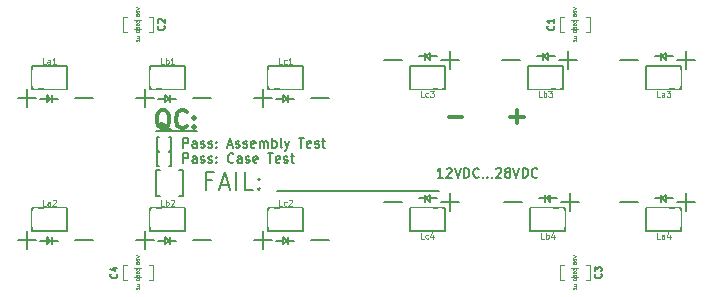
<source format=gto>
%FSLAX46Y46*%
G04 Gerber Fmt 4.6, Leading zero omitted, Abs format (unit mm)*
G04 Created by KiCad (PCBNEW (2014-jul-16 BZR unknown)-product) date Di 22 Jul 2014 17:33:52 CEST*
%MOMM*%
G01*
G04 APERTURE LIST*
%ADD10C,0.100000*%
%ADD11C,0.200000*%
%ADD12C,0.175000*%
%ADD13C,0.300000*%
%ADD14C,0.099060*%
%ADD15C,0.050800*%
%ADD16C,0.150000*%
%ADD17C,0.130000*%
%ADD18C,0.074930*%
%ADD19C,0.080000*%
%ADD20C,5.260000*%
%ADD21R,0.859440X1.057560*%
%ADD22O,0.675000X1.890000*%
%ADD23R,1.975000X1.890000*%
%ADD24R,2.460000X2.460000*%
%ADD25C,2.460000*%
G04 APERTURE END LIST*
D10*
D11*
X206328572Y-114461905D02*
X205871429Y-114461905D01*
X206100000Y-114461905D02*
X206100000Y-113661905D01*
X206023810Y-113776190D01*
X205947619Y-113852381D01*
X205871429Y-113890476D01*
X206633334Y-113738095D02*
X206671429Y-113700000D01*
X206747620Y-113661905D01*
X206938096Y-113661905D01*
X207014286Y-113700000D01*
X207052382Y-113738095D01*
X207090477Y-113814286D01*
X207090477Y-113890476D01*
X207052382Y-114004762D01*
X206595239Y-114461905D01*
X207090477Y-114461905D01*
X207319048Y-113661905D02*
X207585715Y-114461905D01*
X207852382Y-113661905D01*
X208119048Y-114461905D02*
X208119048Y-113661905D01*
X208309524Y-113661905D01*
X208423810Y-113700000D01*
X208500001Y-113776190D01*
X208538096Y-113852381D01*
X208576191Y-114004762D01*
X208576191Y-114119048D01*
X208538096Y-114271429D01*
X208500001Y-114347619D01*
X208423810Y-114423810D01*
X208309524Y-114461905D01*
X208119048Y-114461905D01*
X209376191Y-114385714D02*
X209338096Y-114423810D01*
X209223810Y-114461905D01*
X209147620Y-114461905D01*
X209033334Y-114423810D01*
X208957143Y-114347619D01*
X208919048Y-114271429D01*
X208880953Y-114119048D01*
X208880953Y-114004762D01*
X208919048Y-113852381D01*
X208957143Y-113776190D01*
X209033334Y-113700000D01*
X209147620Y-113661905D01*
X209223810Y-113661905D01*
X209338096Y-113700000D01*
X209376191Y-113738095D01*
X209719048Y-114385714D02*
X209757143Y-114423810D01*
X209719048Y-114461905D01*
X209680953Y-114423810D01*
X209719048Y-114385714D01*
X209719048Y-114461905D01*
X210100000Y-114385714D02*
X210138095Y-114423810D01*
X210100000Y-114461905D01*
X210061905Y-114423810D01*
X210100000Y-114385714D01*
X210100000Y-114461905D01*
X210480952Y-114385714D02*
X210519047Y-114423810D01*
X210480952Y-114461905D01*
X210442857Y-114423810D01*
X210480952Y-114385714D01*
X210480952Y-114461905D01*
X210823809Y-113738095D02*
X210861904Y-113700000D01*
X210938095Y-113661905D01*
X211128571Y-113661905D01*
X211204761Y-113700000D01*
X211242857Y-113738095D01*
X211280952Y-113814286D01*
X211280952Y-113890476D01*
X211242857Y-114004762D01*
X210785714Y-114461905D01*
X211280952Y-114461905D01*
X211738095Y-114004762D02*
X211661904Y-113966667D01*
X211623809Y-113928571D01*
X211585714Y-113852381D01*
X211585714Y-113814286D01*
X211623809Y-113738095D01*
X211661904Y-113700000D01*
X211738095Y-113661905D01*
X211890476Y-113661905D01*
X211966666Y-113700000D01*
X212004762Y-113738095D01*
X212042857Y-113814286D01*
X212042857Y-113852381D01*
X212004762Y-113928571D01*
X211966666Y-113966667D01*
X211890476Y-114004762D01*
X211738095Y-114004762D01*
X211661904Y-114042857D01*
X211623809Y-114080952D01*
X211585714Y-114157143D01*
X211585714Y-114309524D01*
X211623809Y-114385714D01*
X211661904Y-114423810D01*
X211738095Y-114461905D01*
X211890476Y-114461905D01*
X211966666Y-114423810D01*
X212004762Y-114385714D01*
X212042857Y-114309524D01*
X212042857Y-114157143D01*
X212004762Y-114080952D01*
X211966666Y-114042857D01*
X211890476Y-114004762D01*
X212271428Y-113661905D02*
X212538095Y-114461905D01*
X212804762Y-113661905D01*
X213071428Y-114461905D02*
X213071428Y-113661905D01*
X213261904Y-113661905D01*
X213376190Y-113700000D01*
X213452381Y-113776190D01*
X213490476Y-113852381D01*
X213528571Y-114004762D01*
X213528571Y-114119048D01*
X213490476Y-114271429D01*
X213452381Y-114347619D01*
X213376190Y-114423810D01*
X213261904Y-114461905D01*
X213071428Y-114461905D01*
X214328571Y-114385714D02*
X214290476Y-114423810D01*
X214176190Y-114461905D01*
X214100000Y-114461905D01*
X213985714Y-114423810D01*
X213909523Y-114347619D01*
X213871428Y-114271429D01*
X213833333Y-114119048D01*
X213833333Y-114004762D01*
X213871428Y-113852381D01*
X213909523Y-113776190D01*
X213985714Y-113700000D01*
X214100000Y-113661905D01*
X214176190Y-113661905D01*
X214290476Y-113700000D01*
X214328571Y-113738095D01*
X182000000Y-110500000D02*
X185500000Y-110500000D01*
X182407144Y-115978571D02*
X182050001Y-115978571D01*
X182050001Y-113835714D01*
X182407144Y-113835714D01*
X183978573Y-115978571D02*
X184335716Y-115978571D01*
X184335716Y-113835714D01*
X183978573Y-113835714D01*
X186764287Y-114692857D02*
X186264287Y-114692857D01*
X186264287Y-115478571D02*
X186264287Y-113978571D01*
X186978573Y-113978571D01*
X187478572Y-115050000D02*
X188192858Y-115050000D01*
X187335715Y-115478571D02*
X187835715Y-113978571D01*
X188335715Y-115478571D01*
X188835715Y-115478571D02*
X188835715Y-113978571D01*
X190264287Y-115478571D02*
X189550001Y-115478571D01*
X189550001Y-113978571D01*
X190764287Y-115335714D02*
X190835715Y-115407143D01*
X190764287Y-115478571D01*
X190692858Y-115407143D01*
X190764287Y-115335714D01*
X190764287Y-115478571D01*
X190764287Y-114550000D02*
X190835715Y-114621429D01*
X190764287Y-114692857D01*
X190692858Y-114621429D01*
X190764287Y-114550000D01*
X190764287Y-114692857D01*
X192264287Y-115621429D02*
X193407144Y-115621429D01*
X193407144Y-115621429D02*
X194550001Y-115621429D01*
X194550001Y-115621429D02*
X195692858Y-115621429D01*
X195692858Y-115621429D02*
X196835715Y-115621429D01*
X196835715Y-115621429D02*
X197978572Y-115621429D01*
X197978572Y-115621429D02*
X199121429Y-115621429D01*
X199121429Y-115621429D02*
X200264286Y-115621429D01*
X200264286Y-115621429D02*
X201407143Y-115621429D01*
X201407143Y-115621429D02*
X202550000Y-115621429D01*
X202550000Y-115621429D02*
X203692857Y-115621429D01*
X203692857Y-115621429D02*
X204835714Y-115621429D01*
X204835714Y-115621429D02*
X205978571Y-115621429D01*
D12*
X182269048Y-112181071D02*
X182078571Y-112181071D01*
X182078571Y-111038214D01*
X182269048Y-111038214D01*
X183107143Y-112181071D02*
X183297619Y-112181071D01*
X183297619Y-111038214D01*
X183107143Y-111038214D01*
X184326190Y-111914405D02*
X184326190Y-111114405D01*
X184630952Y-111114405D01*
X184707143Y-111152500D01*
X184745238Y-111190595D01*
X184783333Y-111266786D01*
X184783333Y-111381071D01*
X184745238Y-111457262D01*
X184707143Y-111495357D01*
X184630952Y-111533452D01*
X184326190Y-111533452D01*
X185469047Y-111914405D02*
X185469047Y-111495357D01*
X185430952Y-111419167D01*
X185354762Y-111381071D01*
X185202381Y-111381071D01*
X185126190Y-111419167D01*
X185469047Y-111876310D02*
X185392857Y-111914405D01*
X185202381Y-111914405D01*
X185126190Y-111876310D01*
X185088095Y-111800119D01*
X185088095Y-111723929D01*
X185126190Y-111647738D01*
X185202381Y-111609643D01*
X185392857Y-111609643D01*
X185469047Y-111571548D01*
X185811905Y-111876310D02*
X185888095Y-111914405D01*
X186040476Y-111914405D01*
X186116667Y-111876310D01*
X186154762Y-111800119D01*
X186154762Y-111762024D01*
X186116667Y-111685833D01*
X186040476Y-111647738D01*
X185926191Y-111647738D01*
X185850000Y-111609643D01*
X185811905Y-111533452D01*
X185811905Y-111495357D01*
X185850000Y-111419167D01*
X185926191Y-111381071D01*
X186040476Y-111381071D01*
X186116667Y-111419167D01*
X186459524Y-111876310D02*
X186535714Y-111914405D01*
X186688095Y-111914405D01*
X186764286Y-111876310D01*
X186802381Y-111800119D01*
X186802381Y-111762024D01*
X186764286Y-111685833D01*
X186688095Y-111647738D01*
X186573810Y-111647738D01*
X186497619Y-111609643D01*
X186459524Y-111533452D01*
X186459524Y-111495357D01*
X186497619Y-111419167D01*
X186573810Y-111381071D01*
X186688095Y-111381071D01*
X186764286Y-111419167D01*
X187145238Y-111838214D02*
X187183333Y-111876310D01*
X187145238Y-111914405D01*
X187107143Y-111876310D01*
X187145238Y-111838214D01*
X187145238Y-111914405D01*
X187145238Y-111419167D02*
X187183333Y-111457262D01*
X187145238Y-111495357D01*
X187107143Y-111457262D01*
X187145238Y-111419167D01*
X187145238Y-111495357D01*
X188097619Y-111685833D02*
X188478571Y-111685833D01*
X188021428Y-111914405D02*
X188288095Y-111114405D01*
X188554762Y-111914405D01*
X188783333Y-111876310D02*
X188859523Y-111914405D01*
X189011904Y-111914405D01*
X189088095Y-111876310D01*
X189126190Y-111800119D01*
X189126190Y-111762024D01*
X189088095Y-111685833D01*
X189011904Y-111647738D01*
X188897619Y-111647738D01*
X188821428Y-111609643D01*
X188783333Y-111533452D01*
X188783333Y-111495357D01*
X188821428Y-111419167D01*
X188897619Y-111381071D01*
X189011904Y-111381071D01*
X189088095Y-111419167D01*
X189430952Y-111876310D02*
X189507142Y-111914405D01*
X189659523Y-111914405D01*
X189735714Y-111876310D01*
X189773809Y-111800119D01*
X189773809Y-111762024D01*
X189735714Y-111685833D01*
X189659523Y-111647738D01*
X189545238Y-111647738D01*
X189469047Y-111609643D01*
X189430952Y-111533452D01*
X189430952Y-111495357D01*
X189469047Y-111419167D01*
X189545238Y-111381071D01*
X189659523Y-111381071D01*
X189735714Y-111419167D01*
X190421428Y-111876310D02*
X190345238Y-111914405D01*
X190192857Y-111914405D01*
X190116666Y-111876310D01*
X190078571Y-111800119D01*
X190078571Y-111495357D01*
X190116666Y-111419167D01*
X190192857Y-111381071D01*
X190345238Y-111381071D01*
X190421428Y-111419167D01*
X190459523Y-111495357D01*
X190459523Y-111571548D01*
X190078571Y-111647738D01*
X190802380Y-111914405D02*
X190802380Y-111381071D01*
X190802380Y-111457262D02*
X190840475Y-111419167D01*
X190916666Y-111381071D01*
X191030952Y-111381071D01*
X191107142Y-111419167D01*
X191145237Y-111495357D01*
X191145237Y-111914405D01*
X191145237Y-111495357D02*
X191183333Y-111419167D01*
X191259523Y-111381071D01*
X191373809Y-111381071D01*
X191449999Y-111419167D01*
X191488094Y-111495357D01*
X191488094Y-111914405D01*
X191869047Y-111914405D02*
X191869047Y-111114405D01*
X191869047Y-111419167D02*
X191945238Y-111381071D01*
X192097619Y-111381071D01*
X192173809Y-111419167D01*
X192211904Y-111457262D01*
X192250000Y-111533452D01*
X192250000Y-111762024D01*
X192211904Y-111838214D01*
X192173809Y-111876310D01*
X192097619Y-111914405D01*
X191945238Y-111914405D01*
X191869047Y-111876310D01*
X192707143Y-111914405D02*
X192630952Y-111876310D01*
X192592857Y-111800119D01*
X192592857Y-111114405D01*
X192935715Y-111381071D02*
X193126191Y-111914405D01*
X193316667Y-111381071D02*
X193126191Y-111914405D01*
X193050000Y-112104881D01*
X193011905Y-112142976D01*
X192935715Y-112181071D01*
X194116667Y-111114405D02*
X194573810Y-111114405D01*
X194345239Y-111914405D02*
X194345239Y-111114405D01*
X195145239Y-111876310D02*
X195069049Y-111914405D01*
X194916668Y-111914405D01*
X194840477Y-111876310D01*
X194802382Y-111800119D01*
X194802382Y-111495357D01*
X194840477Y-111419167D01*
X194916668Y-111381071D01*
X195069049Y-111381071D01*
X195145239Y-111419167D01*
X195183334Y-111495357D01*
X195183334Y-111571548D01*
X194802382Y-111647738D01*
X195488096Y-111876310D02*
X195564286Y-111914405D01*
X195716667Y-111914405D01*
X195792858Y-111876310D01*
X195830953Y-111800119D01*
X195830953Y-111762024D01*
X195792858Y-111685833D01*
X195716667Y-111647738D01*
X195602382Y-111647738D01*
X195526191Y-111609643D01*
X195488096Y-111533452D01*
X195488096Y-111495357D01*
X195526191Y-111419167D01*
X195602382Y-111381071D01*
X195716667Y-111381071D01*
X195792858Y-111419167D01*
X196059524Y-111381071D02*
X196364286Y-111381071D01*
X196173810Y-111114405D02*
X196173810Y-111800119D01*
X196211905Y-111876310D01*
X196288096Y-111914405D01*
X196364286Y-111914405D01*
X182269048Y-113476071D02*
X182078571Y-113476071D01*
X182078571Y-112333214D01*
X182269048Y-112333214D01*
X183107143Y-113476071D02*
X183297619Y-113476071D01*
X183297619Y-112333214D01*
X183107143Y-112333214D01*
X184326190Y-113209405D02*
X184326190Y-112409405D01*
X184630952Y-112409405D01*
X184707143Y-112447500D01*
X184745238Y-112485595D01*
X184783333Y-112561786D01*
X184783333Y-112676071D01*
X184745238Y-112752262D01*
X184707143Y-112790357D01*
X184630952Y-112828452D01*
X184326190Y-112828452D01*
X185469047Y-113209405D02*
X185469047Y-112790357D01*
X185430952Y-112714167D01*
X185354762Y-112676071D01*
X185202381Y-112676071D01*
X185126190Y-112714167D01*
X185469047Y-113171310D02*
X185392857Y-113209405D01*
X185202381Y-113209405D01*
X185126190Y-113171310D01*
X185088095Y-113095119D01*
X185088095Y-113018929D01*
X185126190Y-112942738D01*
X185202381Y-112904643D01*
X185392857Y-112904643D01*
X185469047Y-112866548D01*
X185811905Y-113171310D02*
X185888095Y-113209405D01*
X186040476Y-113209405D01*
X186116667Y-113171310D01*
X186154762Y-113095119D01*
X186154762Y-113057024D01*
X186116667Y-112980833D01*
X186040476Y-112942738D01*
X185926191Y-112942738D01*
X185850000Y-112904643D01*
X185811905Y-112828452D01*
X185811905Y-112790357D01*
X185850000Y-112714167D01*
X185926191Y-112676071D01*
X186040476Y-112676071D01*
X186116667Y-112714167D01*
X186459524Y-113171310D02*
X186535714Y-113209405D01*
X186688095Y-113209405D01*
X186764286Y-113171310D01*
X186802381Y-113095119D01*
X186802381Y-113057024D01*
X186764286Y-112980833D01*
X186688095Y-112942738D01*
X186573810Y-112942738D01*
X186497619Y-112904643D01*
X186459524Y-112828452D01*
X186459524Y-112790357D01*
X186497619Y-112714167D01*
X186573810Y-112676071D01*
X186688095Y-112676071D01*
X186764286Y-112714167D01*
X187145238Y-113133214D02*
X187183333Y-113171310D01*
X187145238Y-113209405D01*
X187107143Y-113171310D01*
X187145238Y-113133214D01*
X187145238Y-113209405D01*
X187145238Y-112714167D02*
X187183333Y-112752262D01*
X187145238Y-112790357D01*
X187107143Y-112752262D01*
X187145238Y-112714167D01*
X187145238Y-112790357D01*
X188592857Y-113133214D02*
X188554762Y-113171310D01*
X188440476Y-113209405D01*
X188364286Y-113209405D01*
X188250000Y-113171310D01*
X188173809Y-113095119D01*
X188135714Y-113018929D01*
X188097619Y-112866548D01*
X188097619Y-112752262D01*
X188135714Y-112599881D01*
X188173809Y-112523690D01*
X188250000Y-112447500D01*
X188364286Y-112409405D01*
X188440476Y-112409405D01*
X188554762Y-112447500D01*
X188592857Y-112485595D01*
X189278571Y-113209405D02*
X189278571Y-112790357D01*
X189240476Y-112714167D01*
X189164286Y-112676071D01*
X189011905Y-112676071D01*
X188935714Y-112714167D01*
X189278571Y-113171310D02*
X189202381Y-113209405D01*
X189011905Y-113209405D01*
X188935714Y-113171310D01*
X188897619Y-113095119D01*
X188897619Y-113018929D01*
X188935714Y-112942738D01*
X189011905Y-112904643D01*
X189202381Y-112904643D01*
X189278571Y-112866548D01*
X189621429Y-113171310D02*
X189697619Y-113209405D01*
X189850000Y-113209405D01*
X189926191Y-113171310D01*
X189964286Y-113095119D01*
X189964286Y-113057024D01*
X189926191Y-112980833D01*
X189850000Y-112942738D01*
X189735715Y-112942738D01*
X189659524Y-112904643D01*
X189621429Y-112828452D01*
X189621429Y-112790357D01*
X189659524Y-112714167D01*
X189735715Y-112676071D01*
X189850000Y-112676071D01*
X189926191Y-112714167D01*
X190611905Y-113171310D02*
X190535715Y-113209405D01*
X190383334Y-113209405D01*
X190307143Y-113171310D01*
X190269048Y-113095119D01*
X190269048Y-112790357D01*
X190307143Y-112714167D01*
X190383334Y-112676071D01*
X190535715Y-112676071D01*
X190611905Y-112714167D01*
X190650000Y-112790357D01*
X190650000Y-112866548D01*
X190269048Y-112942738D01*
X191488095Y-112409405D02*
X191945238Y-112409405D01*
X191716667Y-113209405D02*
X191716667Y-112409405D01*
X192516667Y-113171310D02*
X192440477Y-113209405D01*
X192288096Y-113209405D01*
X192211905Y-113171310D01*
X192173810Y-113095119D01*
X192173810Y-112790357D01*
X192211905Y-112714167D01*
X192288096Y-112676071D01*
X192440477Y-112676071D01*
X192516667Y-112714167D01*
X192554762Y-112790357D01*
X192554762Y-112866548D01*
X192173810Y-112942738D01*
X192859524Y-113171310D02*
X192935714Y-113209405D01*
X193088095Y-113209405D01*
X193164286Y-113171310D01*
X193202381Y-113095119D01*
X193202381Y-113057024D01*
X193164286Y-112980833D01*
X193088095Y-112942738D01*
X192973810Y-112942738D01*
X192897619Y-112904643D01*
X192859524Y-112828452D01*
X192859524Y-112790357D01*
X192897619Y-112714167D01*
X192973810Y-112676071D01*
X193088095Y-112676071D01*
X193164286Y-112714167D01*
X193430952Y-112676071D02*
X193735714Y-112676071D01*
X193545238Y-112409405D02*
X193545238Y-113095119D01*
X193583333Y-113171310D01*
X193659524Y-113209405D01*
X193735714Y-113209405D01*
D13*
X183207143Y-110421429D02*
X183064286Y-110350000D01*
X182921429Y-110207143D01*
X182707143Y-109992857D01*
X182564286Y-109921429D01*
X182421429Y-109921429D01*
X182492857Y-110278571D02*
X182350000Y-110207143D01*
X182207143Y-110064286D01*
X182135714Y-109778571D01*
X182135714Y-109278571D01*
X182207143Y-108992857D01*
X182350000Y-108850000D01*
X182492857Y-108778571D01*
X182778571Y-108778571D01*
X182921429Y-108850000D01*
X183064286Y-108992857D01*
X183135714Y-109278571D01*
X183135714Y-109778571D01*
X183064286Y-110064286D01*
X182921429Y-110207143D01*
X182778571Y-110278571D01*
X182492857Y-110278571D01*
X184635715Y-110135714D02*
X184564286Y-110207143D01*
X184350000Y-110278571D01*
X184207143Y-110278571D01*
X183992858Y-110207143D01*
X183850000Y-110064286D01*
X183778572Y-109921429D01*
X183707143Y-109635714D01*
X183707143Y-109421429D01*
X183778572Y-109135714D01*
X183850000Y-108992857D01*
X183992858Y-108850000D01*
X184207143Y-108778571D01*
X184350000Y-108778571D01*
X184564286Y-108850000D01*
X184635715Y-108921429D01*
X185278572Y-110135714D02*
X185350000Y-110207143D01*
X185278572Y-110278571D01*
X185207143Y-110207143D01*
X185278572Y-110135714D01*
X185278572Y-110278571D01*
X185278572Y-109350000D02*
X185350000Y-109421429D01*
X185278572Y-109492857D01*
X185207143Y-109421429D01*
X185278572Y-109350000D01*
X185278572Y-109492857D01*
X206828572Y-109307143D02*
X207971429Y-109307143D01*
X212028572Y-109307143D02*
X213171429Y-109307143D01*
X212600000Y-109878571D02*
X212600000Y-108735714D01*
D14*
X216199520Y-102099440D02*
X216600840Y-102099440D01*
X216199520Y-100900560D02*
X216600840Y-100900560D01*
X218800480Y-102099440D02*
X218399160Y-102099440D01*
D15*
X217101220Y-101899720D02*
X217898780Y-101899720D01*
X217101220Y-101100280D02*
X217898780Y-101100280D01*
D14*
X218800480Y-100900560D02*
X218800480Y-102099440D01*
X218800480Y-100900560D02*
X218399160Y-100900560D01*
X216199520Y-100900560D02*
X216199520Y-102099440D01*
X181800480Y-100900560D02*
X181399160Y-100900560D01*
X181800480Y-102099440D02*
X181399160Y-102099440D01*
X179199520Y-100900560D02*
X179600840Y-100900560D01*
D15*
X180898780Y-101100280D02*
X180101220Y-101100280D01*
X180898780Y-101899720D02*
X180101220Y-101899720D01*
D14*
X179199520Y-102099440D02*
X179199520Y-100900560D01*
X179199520Y-102099440D02*
X179600840Y-102099440D01*
X181800480Y-102099440D02*
X181800480Y-100900560D01*
X218800480Y-121900560D02*
X218399160Y-121900560D01*
X218800480Y-123099440D02*
X218399160Y-123099440D01*
X216199520Y-121900560D02*
X216600840Y-121900560D01*
D15*
X217898780Y-122100280D02*
X217101220Y-122100280D01*
X217898780Y-122899720D02*
X217101220Y-122899720D01*
D14*
X216199520Y-123099440D02*
X216199520Y-121900560D01*
X216199520Y-123099440D02*
X216600840Y-123099440D01*
X218800480Y-123099440D02*
X218800480Y-121900560D01*
X179199520Y-123099440D02*
X179600840Y-123099440D01*
X179199520Y-121900560D02*
X179600840Y-121900560D01*
X181800480Y-123099440D02*
X181399160Y-123099440D01*
D15*
X180101220Y-122899720D02*
X180898780Y-122899720D01*
X180101220Y-122100280D02*
X180898780Y-122100280D01*
D14*
X181800480Y-121900560D02*
X181800480Y-123099440D01*
X181800480Y-121900560D02*
X181399160Y-121900560D01*
X179199520Y-121900560D02*
X179199520Y-123099440D01*
D16*
X173200000Y-107800000D02*
X173600000Y-107800000D01*
X173600000Y-107800000D02*
X173700000Y-107800000D01*
X173200000Y-107500000D02*
X173200000Y-108100000D01*
X172200000Y-107800000D02*
X172800000Y-107800000D01*
X172800000Y-107800000D02*
X172800000Y-107500000D01*
X172800000Y-107500000D02*
X173100000Y-107800000D01*
X173100000Y-107800000D02*
X172800000Y-108100000D01*
X172800000Y-108100000D02*
X172800000Y-107800000D01*
X173000000Y-105000000D02*
X171500000Y-105000000D01*
X171500000Y-105000000D02*
X171500000Y-107000000D01*
X171500000Y-107000000D02*
X174500000Y-107000000D01*
X174500000Y-107000000D02*
X174500000Y-105000000D01*
X174500000Y-105000000D02*
X173000000Y-105000000D01*
X173200000Y-119800000D02*
X173600000Y-119800000D01*
X173600000Y-119800000D02*
X173700000Y-119800000D01*
X173200000Y-119500000D02*
X173200000Y-120100000D01*
X172200000Y-119800000D02*
X172800000Y-119800000D01*
X172800000Y-119800000D02*
X172800000Y-119500000D01*
X172800000Y-119500000D02*
X173100000Y-119800000D01*
X173100000Y-119800000D02*
X172800000Y-120100000D01*
X172800000Y-120100000D02*
X172800000Y-119800000D01*
X173000000Y-117000000D02*
X171500000Y-117000000D01*
X171500000Y-117000000D02*
X171500000Y-119000000D01*
X171500000Y-119000000D02*
X174500000Y-119000000D01*
X174500000Y-119000000D02*
X174500000Y-117000000D01*
X174500000Y-117000000D02*
X173000000Y-117000000D01*
X224800000Y-104200000D02*
X224400000Y-104200000D01*
X224400000Y-104200000D02*
X224300000Y-104200000D01*
X224800000Y-104500000D02*
X224800000Y-103900000D01*
X225800000Y-104200000D02*
X225200000Y-104200000D01*
X225200000Y-104200000D02*
X225200000Y-104500000D01*
X225200000Y-104500000D02*
X224900000Y-104200000D01*
X224900000Y-104200000D02*
X225200000Y-103900000D01*
X225200000Y-103900000D02*
X225200000Y-104200000D01*
X225000000Y-107000000D02*
X226500000Y-107000000D01*
X226500000Y-107000000D02*
X226500000Y-105000000D01*
X226500000Y-105000000D02*
X223500000Y-105000000D01*
X223500000Y-105000000D02*
X223500000Y-107000000D01*
X223500000Y-107000000D02*
X225000000Y-107000000D01*
X224800000Y-116200000D02*
X224400000Y-116200000D01*
X224400000Y-116200000D02*
X224300000Y-116200000D01*
X224800000Y-116500000D02*
X224800000Y-115900000D01*
X225800000Y-116200000D02*
X225200000Y-116200000D01*
X225200000Y-116200000D02*
X225200000Y-116500000D01*
X225200000Y-116500000D02*
X224900000Y-116200000D01*
X224900000Y-116200000D02*
X225200000Y-115900000D01*
X225200000Y-115900000D02*
X225200000Y-116200000D01*
X225000000Y-119000000D02*
X226500000Y-119000000D01*
X226500000Y-119000000D02*
X226500000Y-117000000D01*
X226500000Y-117000000D02*
X223500000Y-117000000D01*
X223500000Y-117000000D02*
X223500000Y-119000000D01*
X223500000Y-119000000D02*
X225000000Y-119000000D01*
X183200000Y-107800000D02*
X183600000Y-107800000D01*
X183600000Y-107800000D02*
X183700000Y-107800000D01*
X183200000Y-107500000D02*
X183200000Y-108100000D01*
X182200000Y-107800000D02*
X182800000Y-107800000D01*
X182800000Y-107800000D02*
X182800000Y-107500000D01*
X182800000Y-107500000D02*
X183100000Y-107800000D01*
X183100000Y-107800000D02*
X182800000Y-108100000D01*
X182800000Y-108100000D02*
X182800000Y-107800000D01*
X183000000Y-105000000D02*
X181500000Y-105000000D01*
X181500000Y-105000000D02*
X181500000Y-107000000D01*
X181500000Y-107000000D02*
X184500000Y-107000000D01*
X184500000Y-107000000D02*
X184500000Y-105000000D01*
X184500000Y-105000000D02*
X183000000Y-105000000D01*
X183200000Y-119800000D02*
X183600000Y-119800000D01*
X183600000Y-119800000D02*
X183700000Y-119800000D01*
X183200000Y-119500000D02*
X183200000Y-120100000D01*
X182200000Y-119800000D02*
X182800000Y-119800000D01*
X182800000Y-119800000D02*
X182800000Y-119500000D01*
X182800000Y-119500000D02*
X183100000Y-119800000D01*
X183100000Y-119800000D02*
X182800000Y-120100000D01*
X182800000Y-120100000D02*
X182800000Y-119800000D01*
X183000000Y-117000000D02*
X181500000Y-117000000D01*
X181500000Y-117000000D02*
X181500000Y-119000000D01*
X181500000Y-119000000D02*
X184500000Y-119000000D01*
X184500000Y-119000000D02*
X184500000Y-117000000D01*
X184500000Y-117000000D02*
X183000000Y-117000000D01*
X214800000Y-104200000D02*
X214400000Y-104200000D01*
X214400000Y-104200000D02*
X214300000Y-104200000D01*
X214800000Y-104500000D02*
X214800000Y-103900000D01*
X215800000Y-104200000D02*
X215200000Y-104200000D01*
X215200000Y-104200000D02*
X215200000Y-104500000D01*
X215200000Y-104500000D02*
X214900000Y-104200000D01*
X214900000Y-104200000D02*
X215200000Y-103900000D01*
X215200000Y-103900000D02*
X215200000Y-104200000D01*
X215000000Y-107000000D02*
X216500000Y-107000000D01*
X216500000Y-107000000D02*
X216500000Y-105000000D01*
X216500000Y-105000000D02*
X213500000Y-105000000D01*
X213500000Y-105000000D02*
X213500000Y-107000000D01*
X213500000Y-107000000D02*
X215000000Y-107000000D01*
X215000000Y-116200000D02*
X214600000Y-116200000D01*
X214600000Y-116200000D02*
X214500000Y-116200000D01*
X215000000Y-116500000D02*
X215000000Y-115900000D01*
X216000000Y-116200000D02*
X215400000Y-116200000D01*
X215400000Y-116200000D02*
X215400000Y-116500000D01*
X215400000Y-116500000D02*
X215100000Y-116200000D01*
X215100000Y-116200000D02*
X215400000Y-115900000D01*
X215400000Y-115900000D02*
X215400000Y-116200000D01*
X215200000Y-119000000D02*
X216700000Y-119000000D01*
X216700000Y-119000000D02*
X216700000Y-117000000D01*
X216700000Y-117000000D02*
X213700000Y-117000000D01*
X213700000Y-117000000D02*
X213700000Y-119000000D01*
X213700000Y-119000000D02*
X215200000Y-119000000D01*
X193200000Y-107800000D02*
X193600000Y-107800000D01*
X193600000Y-107800000D02*
X193700000Y-107800000D01*
X193200000Y-107500000D02*
X193200000Y-108100000D01*
X192200000Y-107800000D02*
X192800000Y-107800000D01*
X192800000Y-107800000D02*
X192800000Y-107500000D01*
X192800000Y-107500000D02*
X193100000Y-107800000D01*
X193100000Y-107800000D02*
X192800000Y-108100000D01*
X192800000Y-108100000D02*
X192800000Y-107800000D01*
X193000000Y-105000000D02*
X191500000Y-105000000D01*
X191500000Y-105000000D02*
X191500000Y-107000000D01*
X191500000Y-107000000D02*
X194500000Y-107000000D01*
X194500000Y-107000000D02*
X194500000Y-105000000D01*
X194500000Y-105000000D02*
X193000000Y-105000000D01*
X193200000Y-119800000D02*
X193600000Y-119800000D01*
X193600000Y-119800000D02*
X193700000Y-119800000D01*
X193200000Y-119500000D02*
X193200000Y-120100000D01*
X192200000Y-119800000D02*
X192800000Y-119800000D01*
X192800000Y-119800000D02*
X192800000Y-119500000D01*
X192800000Y-119500000D02*
X193100000Y-119800000D01*
X193100000Y-119800000D02*
X192800000Y-120100000D01*
X192800000Y-120100000D02*
X192800000Y-119800000D01*
X193000000Y-117000000D02*
X191500000Y-117000000D01*
X191500000Y-117000000D02*
X191500000Y-119000000D01*
X191500000Y-119000000D02*
X194500000Y-119000000D01*
X194500000Y-119000000D02*
X194500000Y-117000000D01*
X194500000Y-117000000D02*
X193000000Y-117000000D01*
X204800000Y-104200000D02*
X204400000Y-104200000D01*
X204400000Y-104200000D02*
X204300000Y-104200000D01*
X204800000Y-104500000D02*
X204800000Y-103900000D01*
X205800000Y-104200000D02*
X205200000Y-104200000D01*
X205200000Y-104200000D02*
X205200000Y-104500000D01*
X205200000Y-104500000D02*
X204900000Y-104200000D01*
X204900000Y-104200000D02*
X205200000Y-103900000D01*
X205200000Y-103900000D02*
X205200000Y-104200000D01*
X205000000Y-107000000D02*
X206500000Y-107000000D01*
X206500000Y-107000000D02*
X206500000Y-105000000D01*
X206500000Y-105000000D02*
X203500000Y-105000000D01*
X203500000Y-105000000D02*
X203500000Y-107000000D01*
X203500000Y-107000000D02*
X205000000Y-107000000D01*
X204800000Y-116200000D02*
X204400000Y-116200000D01*
X204400000Y-116200000D02*
X204300000Y-116200000D01*
X204800000Y-116500000D02*
X204800000Y-115900000D01*
X205800000Y-116200000D02*
X205200000Y-116200000D01*
X205200000Y-116200000D02*
X205200000Y-116500000D01*
X205200000Y-116500000D02*
X204900000Y-116200000D01*
X204900000Y-116200000D02*
X205200000Y-115900000D01*
X205200000Y-115900000D02*
X205200000Y-116200000D01*
X205000000Y-119000000D02*
X206500000Y-119000000D01*
X206500000Y-119000000D02*
X206500000Y-117000000D01*
X206500000Y-117000000D02*
X203500000Y-117000000D01*
X203500000Y-117000000D02*
X203500000Y-119000000D01*
X203500000Y-119000000D02*
X205000000Y-119000000D01*
D17*
X215714086Y-101599906D02*
X215742630Y-101628451D01*
X215771175Y-101714085D01*
X215771175Y-101771175D01*
X215742630Y-101856809D01*
X215685541Y-101913898D01*
X215628451Y-101942443D01*
X215514272Y-101970988D01*
X215428638Y-101970988D01*
X215314459Y-101942443D01*
X215257370Y-101913898D01*
X215200280Y-101856809D01*
X215171735Y-101771175D01*
X215171735Y-101714085D01*
X215200280Y-101628451D01*
X215228825Y-101599906D01*
X215771175Y-101029011D02*
X215771175Y-101371548D01*
X215771175Y-101200279D02*
X215171735Y-101200279D01*
X215257370Y-101257369D01*
X215314459Y-101314458D01*
X215343004Y-101371548D01*
D18*
X217635588Y-102763107D02*
X217635588Y-102934375D01*
X217635588Y-102848741D02*
X217335868Y-102848741D01*
X217378685Y-102877286D01*
X217407230Y-102905831D01*
X217421502Y-102934375D01*
X217435774Y-102506204D02*
X217635588Y-102506204D01*
X217435774Y-102634655D02*
X217592770Y-102634655D01*
X217621315Y-102620383D01*
X217635588Y-102591838D01*
X217635588Y-102549021D01*
X217621315Y-102520476D01*
X217607043Y-102506204D01*
X217335868Y-102078033D02*
X217335868Y-102049488D01*
X217350140Y-102020943D01*
X217364412Y-102006671D01*
X217392957Y-101992398D01*
X217450047Y-101978126D01*
X217521409Y-101978126D01*
X217578498Y-101992398D01*
X217607043Y-102006671D01*
X217621315Y-102020943D01*
X217635588Y-102049488D01*
X217635588Y-102078033D01*
X217621315Y-102106577D01*
X217607043Y-102120850D01*
X217578498Y-102135122D01*
X217521409Y-102149394D01*
X217450047Y-102149394D01*
X217392957Y-102135122D01*
X217364412Y-102120850D01*
X217350140Y-102106577D01*
X217335868Y-102078033D01*
X217335868Y-101721223D02*
X217335868Y-101778312D01*
X217350140Y-101806857D01*
X217364412Y-101821129D01*
X217407230Y-101849674D01*
X217464319Y-101863946D01*
X217578498Y-101863946D01*
X217607043Y-101849674D01*
X217621315Y-101835402D01*
X217635588Y-101806857D01*
X217635588Y-101749767D01*
X217621315Y-101721223D01*
X217607043Y-101706950D01*
X217578498Y-101692678D01*
X217507136Y-101692678D01*
X217478591Y-101706950D01*
X217464319Y-101721223D01*
X217450047Y-101749767D01*
X217450047Y-101806857D01*
X217464319Y-101835402D01*
X217478591Y-101849674D01*
X217507136Y-101863946D01*
X217335868Y-101507137D02*
X217335868Y-101478592D01*
X217350140Y-101450047D01*
X217364412Y-101435775D01*
X217392957Y-101421502D01*
X217450047Y-101407230D01*
X217521409Y-101407230D01*
X217578498Y-101421502D01*
X217607043Y-101435775D01*
X217621315Y-101450047D01*
X217635588Y-101478592D01*
X217635588Y-101507137D01*
X217621315Y-101535681D01*
X217607043Y-101549954D01*
X217578498Y-101564226D01*
X217521409Y-101578498D01*
X217450047Y-101578498D01*
X217392957Y-101564226D01*
X217364412Y-101549954D01*
X217350140Y-101535681D01*
X217335868Y-101507137D01*
X217335868Y-101307323D02*
X217335868Y-101121782D01*
X217450047Y-101221689D01*
X217450047Y-101178871D01*
X217464319Y-101150327D01*
X217478591Y-101136054D01*
X217507136Y-101121782D01*
X217578498Y-101121782D01*
X217607043Y-101136054D01*
X217621315Y-101150327D01*
X217635588Y-101178871D01*
X217635588Y-101264506D01*
X217621315Y-101293050D01*
X217607043Y-101307323D01*
X217335868Y-100622248D02*
X217335868Y-100764972D01*
X217478591Y-100779244D01*
X217464319Y-100764972D01*
X217450047Y-100736427D01*
X217450047Y-100665065D01*
X217464319Y-100636521D01*
X217478591Y-100622248D01*
X217507136Y-100607976D01*
X217578498Y-100607976D01*
X217607043Y-100622248D01*
X217621315Y-100636521D01*
X217635588Y-100665065D01*
X217635588Y-100736427D01*
X217621315Y-100764972D01*
X217607043Y-100779244D01*
X217335868Y-100422435D02*
X217335868Y-100393890D01*
X217350140Y-100365345D01*
X217364412Y-100351073D01*
X217392957Y-100336800D01*
X217450047Y-100322528D01*
X217521409Y-100322528D01*
X217578498Y-100336800D01*
X217607043Y-100351073D01*
X217621315Y-100365345D01*
X217635588Y-100393890D01*
X217635588Y-100422435D01*
X217621315Y-100450979D01*
X217607043Y-100465252D01*
X217578498Y-100479524D01*
X217521409Y-100493796D01*
X217450047Y-100493796D01*
X217392957Y-100479524D01*
X217364412Y-100465252D01*
X217350140Y-100450979D01*
X217335868Y-100422435D01*
X217335868Y-100236893D02*
X217635588Y-100136987D01*
X217335868Y-100037080D01*
D17*
X182714086Y-101599906D02*
X182742630Y-101628451D01*
X182771175Y-101714085D01*
X182771175Y-101771175D01*
X182742630Y-101856809D01*
X182685541Y-101913898D01*
X182628451Y-101942443D01*
X182514272Y-101970988D01*
X182428638Y-101970988D01*
X182314459Y-101942443D01*
X182257370Y-101913898D01*
X182200280Y-101856809D01*
X182171735Y-101771175D01*
X182171735Y-101714085D01*
X182200280Y-101628451D01*
X182228825Y-101599906D01*
X182228825Y-101371548D02*
X182200280Y-101343003D01*
X182171735Y-101285914D01*
X182171735Y-101143190D01*
X182200280Y-101086100D01*
X182228825Y-101057556D01*
X182285914Y-101029011D01*
X182343004Y-101029011D01*
X182428638Y-101057556D01*
X182771175Y-101400093D01*
X182771175Y-101029011D01*
D18*
X180635588Y-102763107D02*
X180635588Y-102934375D01*
X180635588Y-102848741D02*
X180335868Y-102848741D01*
X180378685Y-102877286D01*
X180407230Y-102905831D01*
X180421502Y-102934375D01*
X180435774Y-102506204D02*
X180635588Y-102506204D01*
X180435774Y-102634655D02*
X180592770Y-102634655D01*
X180621315Y-102620383D01*
X180635588Y-102591838D01*
X180635588Y-102549021D01*
X180621315Y-102520476D01*
X180607043Y-102506204D01*
X180335868Y-102078033D02*
X180335868Y-102049488D01*
X180350140Y-102020943D01*
X180364412Y-102006671D01*
X180392957Y-101992398D01*
X180450047Y-101978126D01*
X180521409Y-101978126D01*
X180578498Y-101992398D01*
X180607043Y-102006671D01*
X180621315Y-102020943D01*
X180635588Y-102049488D01*
X180635588Y-102078033D01*
X180621315Y-102106577D01*
X180607043Y-102120850D01*
X180578498Y-102135122D01*
X180521409Y-102149394D01*
X180450047Y-102149394D01*
X180392957Y-102135122D01*
X180364412Y-102120850D01*
X180350140Y-102106577D01*
X180335868Y-102078033D01*
X180335868Y-101721223D02*
X180335868Y-101778312D01*
X180350140Y-101806857D01*
X180364412Y-101821129D01*
X180407230Y-101849674D01*
X180464319Y-101863946D01*
X180578498Y-101863946D01*
X180607043Y-101849674D01*
X180621315Y-101835402D01*
X180635588Y-101806857D01*
X180635588Y-101749767D01*
X180621315Y-101721223D01*
X180607043Y-101706950D01*
X180578498Y-101692678D01*
X180507136Y-101692678D01*
X180478591Y-101706950D01*
X180464319Y-101721223D01*
X180450047Y-101749767D01*
X180450047Y-101806857D01*
X180464319Y-101835402D01*
X180478591Y-101849674D01*
X180507136Y-101863946D01*
X180335868Y-101507137D02*
X180335868Y-101478592D01*
X180350140Y-101450047D01*
X180364412Y-101435775D01*
X180392957Y-101421502D01*
X180450047Y-101407230D01*
X180521409Y-101407230D01*
X180578498Y-101421502D01*
X180607043Y-101435775D01*
X180621315Y-101450047D01*
X180635588Y-101478592D01*
X180635588Y-101507137D01*
X180621315Y-101535681D01*
X180607043Y-101549954D01*
X180578498Y-101564226D01*
X180521409Y-101578498D01*
X180450047Y-101578498D01*
X180392957Y-101564226D01*
X180364412Y-101549954D01*
X180350140Y-101535681D01*
X180335868Y-101507137D01*
X180335868Y-101307323D02*
X180335868Y-101121782D01*
X180450047Y-101221689D01*
X180450047Y-101178871D01*
X180464319Y-101150327D01*
X180478591Y-101136054D01*
X180507136Y-101121782D01*
X180578498Y-101121782D01*
X180607043Y-101136054D01*
X180621315Y-101150327D01*
X180635588Y-101178871D01*
X180635588Y-101264506D01*
X180621315Y-101293050D01*
X180607043Y-101307323D01*
X180335868Y-100622248D02*
X180335868Y-100764972D01*
X180478591Y-100779244D01*
X180464319Y-100764972D01*
X180450047Y-100736427D01*
X180450047Y-100665065D01*
X180464319Y-100636521D01*
X180478591Y-100622248D01*
X180507136Y-100607976D01*
X180578498Y-100607976D01*
X180607043Y-100622248D01*
X180621315Y-100636521D01*
X180635588Y-100665065D01*
X180635588Y-100736427D01*
X180621315Y-100764972D01*
X180607043Y-100779244D01*
X180335868Y-100422435D02*
X180335868Y-100393890D01*
X180350140Y-100365345D01*
X180364412Y-100351073D01*
X180392957Y-100336800D01*
X180450047Y-100322528D01*
X180521409Y-100322528D01*
X180578498Y-100336800D01*
X180607043Y-100351073D01*
X180621315Y-100365345D01*
X180635588Y-100393890D01*
X180635588Y-100422435D01*
X180621315Y-100450979D01*
X180607043Y-100465252D01*
X180578498Y-100479524D01*
X180521409Y-100493796D01*
X180450047Y-100493796D01*
X180392957Y-100479524D01*
X180364412Y-100465252D01*
X180350140Y-100450979D01*
X180335868Y-100422435D01*
X180335868Y-100236893D02*
X180635588Y-100136987D01*
X180335868Y-100037080D01*
D17*
X219714086Y-122599906D02*
X219742630Y-122628451D01*
X219771175Y-122714085D01*
X219771175Y-122771175D01*
X219742630Y-122856809D01*
X219685541Y-122913898D01*
X219628451Y-122942443D01*
X219514272Y-122970988D01*
X219428638Y-122970988D01*
X219314459Y-122942443D01*
X219257370Y-122913898D01*
X219200280Y-122856809D01*
X219171735Y-122771175D01*
X219171735Y-122714085D01*
X219200280Y-122628451D01*
X219228825Y-122599906D01*
X219171735Y-122400093D02*
X219171735Y-122029011D01*
X219400093Y-122228824D01*
X219400093Y-122143190D01*
X219428638Y-122086100D01*
X219457183Y-122057556D01*
X219514272Y-122029011D01*
X219656996Y-122029011D01*
X219714086Y-122057556D01*
X219742630Y-122086100D01*
X219771175Y-122143190D01*
X219771175Y-122314458D01*
X219742630Y-122371548D01*
X219714086Y-122400093D01*
D18*
X217635588Y-123763107D02*
X217635588Y-123934375D01*
X217635588Y-123848741D02*
X217335868Y-123848741D01*
X217378685Y-123877286D01*
X217407230Y-123905831D01*
X217421502Y-123934375D01*
X217435774Y-123506204D02*
X217635588Y-123506204D01*
X217435774Y-123634655D02*
X217592770Y-123634655D01*
X217621315Y-123620383D01*
X217635588Y-123591838D01*
X217635588Y-123549021D01*
X217621315Y-123520476D01*
X217607043Y-123506204D01*
X217335868Y-123078033D02*
X217335868Y-123049488D01*
X217350140Y-123020943D01*
X217364412Y-123006671D01*
X217392957Y-122992398D01*
X217450047Y-122978126D01*
X217521409Y-122978126D01*
X217578498Y-122992398D01*
X217607043Y-123006671D01*
X217621315Y-123020943D01*
X217635588Y-123049488D01*
X217635588Y-123078033D01*
X217621315Y-123106577D01*
X217607043Y-123120850D01*
X217578498Y-123135122D01*
X217521409Y-123149394D01*
X217450047Y-123149394D01*
X217392957Y-123135122D01*
X217364412Y-123120850D01*
X217350140Y-123106577D01*
X217335868Y-123078033D01*
X217335868Y-122721223D02*
X217335868Y-122778312D01*
X217350140Y-122806857D01*
X217364412Y-122821129D01*
X217407230Y-122849674D01*
X217464319Y-122863946D01*
X217578498Y-122863946D01*
X217607043Y-122849674D01*
X217621315Y-122835402D01*
X217635588Y-122806857D01*
X217635588Y-122749767D01*
X217621315Y-122721223D01*
X217607043Y-122706950D01*
X217578498Y-122692678D01*
X217507136Y-122692678D01*
X217478591Y-122706950D01*
X217464319Y-122721223D01*
X217450047Y-122749767D01*
X217450047Y-122806857D01*
X217464319Y-122835402D01*
X217478591Y-122849674D01*
X217507136Y-122863946D01*
X217335868Y-122507137D02*
X217335868Y-122478592D01*
X217350140Y-122450047D01*
X217364412Y-122435775D01*
X217392957Y-122421502D01*
X217450047Y-122407230D01*
X217521409Y-122407230D01*
X217578498Y-122421502D01*
X217607043Y-122435775D01*
X217621315Y-122450047D01*
X217635588Y-122478592D01*
X217635588Y-122507137D01*
X217621315Y-122535681D01*
X217607043Y-122549954D01*
X217578498Y-122564226D01*
X217521409Y-122578498D01*
X217450047Y-122578498D01*
X217392957Y-122564226D01*
X217364412Y-122549954D01*
X217350140Y-122535681D01*
X217335868Y-122507137D01*
X217335868Y-122307323D02*
X217335868Y-122121782D01*
X217450047Y-122221689D01*
X217450047Y-122178871D01*
X217464319Y-122150327D01*
X217478591Y-122136054D01*
X217507136Y-122121782D01*
X217578498Y-122121782D01*
X217607043Y-122136054D01*
X217621315Y-122150327D01*
X217635588Y-122178871D01*
X217635588Y-122264506D01*
X217621315Y-122293050D01*
X217607043Y-122307323D01*
X217335868Y-121622248D02*
X217335868Y-121764972D01*
X217478591Y-121779244D01*
X217464319Y-121764972D01*
X217450047Y-121736427D01*
X217450047Y-121665065D01*
X217464319Y-121636521D01*
X217478591Y-121622248D01*
X217507136Y-121607976D01*
X217578498Y-121607976D01*
X217607043Y-121622248D01*
X217621315Y-121636521D01*
X217635588Y-121665065D01*
X217635588Y-121736427D01*
X217621315Y-121764972D01*
X217607043Y-121779244D01*
X217335868Y-121422435D02*
X217335868Y-121393890D01*
X217350140Y-121365345D01*
X217364412Y-121351073D01*
X217392957Y-121336800D01*
X217450047Y-121322528D01*
X217521409Y-121322528D01*
X217578498Y-121336800D01*
X217607043Y-121351073D01*
X217621315Y-121365345D01*
X217635588Y-121393890D01*
X217635588Y-121422435D01*
X217621315Y-121450979D01*
X217607043Y-121465252D01*
X217578498Y-121479524D01*
X217521409Y-121493796D01*
X217450047Y-121493796D01*
X217392957Y-121479524D01*
X217364412Y-121465252D01*
X217350140Y-121450979D01*
X217335868Y-121422435D01*
X217335868Y-121236893D02*
X217635588Y-121136987D01*
X217335868Y-121037080D01*
D17*
X178714086Y-122599906D02*
X178742630Y-122628451D01*
X178771175Y-122714085D01*
X178771175Y-122771175D01*
X178742630Y-122856809D01*
X178685541Y-122913898D01*
X178628451Y-122942443D01*
X178514272Y-122970988D01*
X178428638Y-122970988D01*
X178314459Y-122942443D01*
X178257370Y-122913898D01*
X178200280Y-122856809D01*
X178171735Y-122771175D01*
X178171735Y-122714085D01*
X178200280Y-122628451D01*
X178228825Y-122599906D01*
X178371549Y-122086100D02*
X178771175Y-122086100D01*
X178143190Y-122228824D02*
X178571362Y-122371548D01*
X178571362Y-122000466D01*
D18*
X180635588Y-123763107D02*
X180635588Y-123934375D01*
X180635588Y-123848741D02*
X180335868Y-123848741D01*
X180378685Y-123877286D01*
X180407230Y-123905831D01*
X180421502Y-123934375D01*
X180435774Y-123506204D02*
X180635588Y-123506204D01*
X180435774Y-123634655D02*
X180592770Y-123634655D01*
X180621315Y-123620383D01*
X180635588Y-123591838D01*
X180635588Y-123549021D01*
X180621315Y-123520476D01*
X180607043Y-123506204D01*
X180335868Y-123078033D02*
X180335868Y-123049488D01*
X180350140Y-123020943D01*
X180364412Y-123006671D01*
X180392957Y-122992398D01*
X180450047Y-122978126D01*
X180521409Y-122978126D01*
X180578498Y-122992398D01*
X180607043Y-123006671D01*
X180621315Y-123020943D01*
X180635588Y-123049488D01*
X180635588Y-123078033D01*
X180621315Y-123106577D01*
X180607043Y-123120850D01*
X180578498Y-123135122D01*
X180521409Y-123149394D01*
X180450047Y-123149394D01*
X180392957Y-123135122D01*
X180364412Y-123120850D01*
X180350140Y-123106577D01*
X180335868Y-123078033D01*
X180335868Y-122721223D02*
X180335868Y-122778312D01*
X180350140Y-122806857D01*
X180364412Y-122821129D01*
X180407230Y-122849674D01*
X180464319Y-122863946D01*
X180578498Y-122863946D01*
X180607043Y-122849674D01*
X180621315Y-122835402D01*
X180635588Y-122806857D01*
X180635588Y-122749767D01*
X180621315Y-122721223D01*
X180607043Y-122706950D01*
X180578498Y-122692678D01*
X180507136Y-122692678D01*
X180478591Y-122706950D01*
X180464319Y-122721223D01*
X180450047Y-122749767D01*
X180450047Y-122806857D01*
X180464319Y-122835402D01*
X180478591Y-122849674D01*
X180507136Y-122863946D01*
X180335868Y-122507137D02*
X180335868Y-122478592D01*
X180350140Y-122450047D01*
X180364412Y-122435775D01*
X180392957Y-122421502D01*
X180450047Y-122407230D01*
X180521409Y-122407230D01*
X180578498Y-122421502D01*
X180607043Y-122435775D01*
X180621315Y-122450047D01*
X180635588Y-122478592D01*
X180635588Y-122507137D01*
X180621315Y-122535681D01*
X180607043Y-122549954D01*
X180578498Y-122564226D01*
X180521409Y-122578498D01*
X180450047Y-122578498D01*
X180392957Y-122564226D01*
X180364412Y-122549954D01*
X180350140Y-122535681D01*
X180335868Y-122507137D01*
X180335868Y-122307323D02*
X180335868Y-122121782D01*
X180450047Y-122221689D01*
X180450047Y-122178871D01*
X180464319Y-122150327D01*
X180478591Y-122136054D01*
X180507136Y-122121782D01*
X180578498Y-122121782D01*
X180607043Y-122136054D01*
X180621315Y-122150327D01*
X180635588Y-122178871D01*
X180635588Y-122264506D01*
X180621315Y-122293050D01*
X180607043Y-122307323D01*
X180335868Y-121622248D02*
X180335868Y-121764972D01*
X180478591Y-121779244D01*
X180464319Y-121764972D01*
X180450047Y-121736427D01*
X180450047Y-121665065D01*
X180464319Y-121636521D01*
X180478591Y-121622248D01*
X180507136Y-121607976D01*
X180578498Y-121607976D01*
X180607043Y-121622248D01*
X180621315Y-121636521D01*
X180635588Y-121665065D01*
X180635588Y-121736427D01*
X180621315Y-121764972D01*
X180607043Y-121779244D01*
X180335868Y-121422435D02*
X180335868Y-121393890D01*
X180350140Y-121365345D01*
X180364412Y-121351073D01*
X180392957Y-121336800D01*
X180450047Y-121322528D01*
X180521409Y-121322528D01*
X180578498Y-121336800D01*
X180607043Y-121351073D01*
X180621315Y-121365345D01*
X180635588Y-121393890D01*
X180635588Y-121422435D01*
X180621315Y-121450979D01*
X180607043Y-121465252D01*
X180578498Y-121479524D01*
X180521409Y-121493796D01*
X180450047Y-121493796D01*
X180392957Y-121479524D01*
X180364412Y-121465252D01*
X180350140Y-121450979D01*
X180335868Y-121422435D01*
X180335868Y-121236893D02*
X180635588Y-121136987D01*
X180335868Y-121037080D01*
D19*
X172690477Y-104826190D02*
X172452382Y-104826190D01*
X172452382Y-104326190D01*
X173071429Y-104826190D02*
X173071429Y-104564286D01*
X173047620Y-104516667D01*
X173000001Y-104492857D01*
X172904763Y-104492857D01*
X172857144Y-104516667D01*
X173071429Y-104802381D02*
X173023810Y-104826190D01*
X172904763Y-104826190D01*
X172857144Y-104802381D01*
X172833334Y-104754762D01*
X172833334Y-104707143D01*
X172857144Y-104659524D01*
X172904763Y-104635714D01*
X173023810Y-104635714D01*
X173071429Y-104611905D01*
X173571429Y-104826190D02*
X173285715Y-104826190D01*
X173428572Y-104826190D02*
X173428572Y-104326190D01*
X173380953Y-104397619D01*
X173333334Y-104445238D01*
X173285715Y-104469048D01*
D16*
X170338095Y-107742857D02*
X171861905Y-107742857D01*
X171100000Y-108504762D02*
X171100000Y-106980952D01*
X175138095Y-107742857D02*
X176661905Y-107742857D01*
D19*
X172690477Y-116826190D02*
X172452382Y-116826190D01*
X172452382Y-116326190D01*
X173071429Y-116826190D02*
X173071429Y-116564286D01*
X173047620Y-116516667D01*
X173000001Y-116492857D01*
X172904763Y-116492857D01*
X172857144Y-116516667D01*
X173071429Y-116802381D02*
X173023810Y-116826190D01*
X172904763Y-116826190D01*
X172857144Y-116802381D01*
X172833334Y-116754762D01*
X172833334Y-116707143D01*
X172857144Y-116659524D01*
X172904763Y-116635714D01*
X173023810Y-116635714D01*
X173071429Y-116611905D01*
X173285715Y-116373810D02*
X173309525Y-116350000D01*
X173357144Y-116326190D01*
X173476191Y-116326190D01*
X173523810Y-116350000D01*
X173547620Y-116373810D01*
X173571429Y-116421429D01*
X173571429Y-116469048D01*
X173547620Y-116540476D01*
X173261906Y-116826190D01*
X173571429Y-116826190D01*
D16*
X170338095Y-119742857D02*
X171861905Y-119742857D01*
X171100000Y-120504762D02*
X171100000Y-118980952D01*
X175138095Y-119742857D02*
X176661905Y-119742857D01*
D19*
X224690477Y-107626190D02*
X224452382Y-107626190D01*
X224452382Y-107126190D01*
X225071429Y-107626190D02*
X225071429Y-107364286D01*
X225047620Y-107316667D01*
X225000001Y-107292857D01*
X224904763Y-107292857D01*
X224857144Y-107316667D01*
X225071429Y-107602381D02*
X225023810Y-107626190D01*
X224904763Y-107626190D01*
X224857144Y-107602381D01*
X224833334Y-107554762D01*
X224833334Y-107507143D01*
X224857144Y-107459524D01*
X224904763Y-107435714D01*
X225023810Y-107435714D01*
X225071429Y-107411905D01*
X225261906Y-107126190D02*
X225571429Y-107126190D01*
X225404763Y-107316667D01*
X225476191Y-107316667D01*
X225523810Y-107340476D01*
X225547620Y-107364286D01*
X225571429Y-107411905D01*
X225571429Y-107530952D01*
X225547620Y-107578571D01*
X225523810Y-107602381D01*
X225476191Y-107626190D01*
X225333334Y-107626190D01*
X225285715Y-107602381D01*
X225261906Y-107578571D01*
D16*
X226138095Y-104542857D02*
X227661905Y-104542857D01*
X226900000Y-105304762D02*
X226900000Y-103780952D01*
X221338095Y-104542857D02*
X222861905Y-104542857D01*
D19*
X224690477Y-119626190D02*
X224452382Y-119626190D01*
X224452382Y-119126190D01*
X225071429Y-119626190D02*
X225071429Y-119364286D01*
X225047620Y-119316667D01*
X225000001Y-119292857D01*
X224904763Y-119292857D01*
X224857144Y-119316667D01*
X225071429Y-119602381D02*
X225023810Y-119626190D01*
X224904763Y-119626190D01*
X224857144Y-119602381D01*
X224833334Y-119554762D01*
X224833334Y-119507143D01*
X224857144Y-119459524D01*
X224904763Y-119435714D01*
X225023810Y-119435714D01*
X225071429Y-119411905D01*
X225523810Y-119292857D02*
X225523810Y-119626190D01*
X225404763Y-119102381D02*
X225285715Y-119459524D01*
X225595239Y-119459524D01*
D16*
X226138095Y-116542857D02*
X227661905Y-116542857D01*
X226900000Y-117304762D02*
X226900000Y-115780952D01*
X221338095Y-116542857D02*
X222861905Y-116542857D01*
D19*
X182690477Y-104826190D02*
X182452382Y-104826190D01*
X182452382Y-104326190D01*
X182857144Y-104826190D02*
X182857144Y-104326190D01*
X182857144Y-104516667D02*
X182904763Y-104492857D01*
X183000001Y-104492857D01*
X183047620Y-104516667D01*
X183071429Y-104540476D01*
X183095239Y-104588095D01*
X183095239Y-104730952D01*
X183071429Y-104778571D01*
X183047620Y-104802381D01*
X183000001Y-104826190D01*
X182904763Y-104826190D01*
X182857144Y-104802381D01*
X183571429Y-104826190D02*
X183285715Y-104826190D01*
X183428572Y-104826190D02*
X183428572Y-104326190D01*
X183380953Y-104397619D01*
X183333334Y-104445238D01*
X183285715Y-104469048D01*
D16*
X180338095Y-107742857D02*
X181861905Y-107742857D01*
X181100000Y-108504762D02*
X181100000Y-106980952D01*
X185138095Y-107742857D02*
X186661905Y-107742857D01*
D19*
X182690477Y-116826190D02*
X182452382Y-116826190D01*
X182452382Y-116326190D01*
X182857144Y-116826190D02*
X182857144Y-116326190D01*
X182857144Y-116516667D02*
X182904763Y-116492857D01*
X183000001Y-116492857D01*
X183047620Y-116516667D01*
X183071429Y-116540476D01*
X183095239Y-116588095D01*
X183095239Y-116730952D01*
X183071429Y-116778571D01*
X183047620Y-116802381D01*
X183000001Y-116826190D01*
X182904763Y-116826190D01*
X182857144Y-116802381D01*
X183285715Y-116373810D02*
X183309525Y-116350000D01*
X183357144Y-116326190D01*
X183476191Y-116326190D01*
X183523810Y-116350000D01*
X183547620Y-116373810D01*
X183571429Y-116421429D01*
X183571429Y-116469048D01*
X183547620Y-116540476D01*
X183261906Y-116826190D01*
X183571429Y-116826190D01*
D16*
X180338095Y-119742857D02*
X181861905Y-119742857D01*
X181100000Y-120504762D02*
X181100000Y-118980952D01*
X185138095Y-119742857D02*
X186661905Y-119742857D01*
D19*
X214690477Y-107626190D02*
X214452382Y-107626190D01*
X214452382Y-107126190D01*
X214857144Y-107626190D02*
X214857144Y-107126190D01*
X214857144Y-107316667D02*
X214904763Y-107292857D01*
X215000001Y-107292857D01*
X215047620Y-107316667D01*
X215071429Y-107340476D01*
X215095239Y-107388095D01*
X215095239Y-107530952D01*
X215071429Y-107578571D01*
X215047620Y-107602381D01*
X215000001Y-107626190D01*
X214904763Y-107626190D01*
X214857144Y-107602381D01*
X215261906Y-107126190D02*
X215571429Y-107126190D01*
X215404763Y-107316667D01*
X215476191Y-107316667D01*
X215523810Y-107340476D01*
X215547620Y-107364286D01*
X215571429Y-107411905D01*
X215571429Y-107530952D01*
X215547620Y-107578571D01*
X215523810Y-107602381D01*
X215476191Y-107626190D01*
X215333334Y-107626190D01*
X215285715Y-107602381D01*
X215261906Y-107578571D01*
D16*
X216138095Y-104542857D02*
X217661905Y-104542857D01*
X216900000Y-105304762D02*
X216900000Y-103780952D01*
X211338095Y-104542857D02*
X212861905Y-104542857D01*
D19*
X214890477Y-119626190D02*
X214652382Y-119626190D01*
X214652382Y-119126190D01*
X215057144Y-119626190D02*
X215057144Y-119126190D01*
X215057144Y-119316667D02*
X215104763Y-119292857D01*
X215200001Y-119292857D01*
X215247620Y-119316667D01*
X215271429Y-119340476D01*
X215295239Y-119388095D01*
X215295239Y-119530952D01*
X215271429Y-119578571D01*
X215247620Y-119602381D01*
X215200001Y-119626190D01*
X215104763Y-119626190D01*
X215057144Y-119602381D01*
X215723810Y-119292857D02*
X215723810Y-119626190D01*
X215604763Y-119102381D02*
X215485715Y-119459524D01*
X215795239Y-119459524D01*
D16*
X216338095Y-116542857D02*
X217861905Y-116542857D01*
X217100000Y-117304762D02*
X217100000Y-115780952D01*
X211538095Y-116542857D02*
X213061905Y-116542857D01*
D19*
X192702382Y-104826190D02*
X192464287Y-104826190D01*
X192464287Y-104326190D01*
X193083334Y-104802381D02*
X193035715Y-104826190D01*
X192940477Y-104826190D01*
X192892858Y-104802381D01*
X192869049Y-104778571D01*
X192845239Y-104730952D01*
X192845239Y-104588095D01*
X192869049Y-104540476D01*
X192892858Y-104516667D01*
X192940477Y-104492857D01*
X193035715Y-104492857D01*
X193083334Y-104516667D01*
X193559524Y-104826190D02*
X193273810Y-104826190D01*
X193416667Y-104826190D02*
X193416667Y-104326190D01*
X193369048Y-104397619D01*
X193321429Y-104445238D01*
X193273810Y-104469048D01*
D16*
X190338095Y-107742857D02*
X191861905Y-107742857D01*
X191100000Y-108504762D02*
X191100000Y-106980952D01*
X195138095Y-107742857D02*
X196661905Y-107742857D01*
D19*
X192702382Y-116826190D02*
X192464287Y-116826190D01*
X192464287Y-116326190D01*
X193083334Y-116802381D02*
X193035715Y-116826190D01*
X192940477Y-116826190D01*
X192892858Y-116802381D01*
X192869049Y-116778571D01*
X192845239Y-116730952D01*
X192845239Y-116588095D01*
X192869049Y-116540476D01*
X192892858Y-116516667D01*
X192940477Y-116492857D01*
X193035715Y-116492857D01*
X193083334Y-116516667D01*
X193273810Y-116373810D02*
X193297620Y-116350000D01*
X193345239Y-116326190D01*
X193464286Y-116326190D01*
X193511905Y-116350000D01*
X193535715Y-116373810D01*
X193559524Y-116421429D01*
X193559524Y-116469048D01*
X193535715Y-116540476D01*
X193250001Y-116826190D01*
X193559524Y-116826190D01*
D16*
X190338095Y-119742857D02*
X191861905Y-119742857D01*
X191100000Y-120504762D02*
X191100000Y-118980952D01*
X195138095Y-119742857D02*
X196661905Y-119742857D01*
D19*
X204702382Y-107626190D02*
X204464287Y-107626190D01*
X204464287Y-107126190D01*
X205083334Y-107602381D02*
X205035715Y-107626190D01*
X204940477Y-107626190D01*
X204892858Y-107602381D01*
X204869049Y-107578571D01*
X204845239Y-107530952D01*
X204845239Y-107388095D01*
X204869049Y-107340476D01*
X204892858Y-107316667D01*
X204940477Y-107292857D01*
X205035715Y-107292857D01*
X205083334Y-107316667D01*
X205250001Y-107126190D02*
X205559524Y-107126190D01*
X205392858Y-107316667D01*
X205464286Y-107316667D01*
X205511905Y-107340476D01*
X205535715Y-107364286D01*
X205559524Y-107411905D01*
X205559524Y-107530952D01*
X205535715Y-107578571D01*
X205511905Y-107602381D01*
X205464286Y-107626190D01*
X205321429Y-107626190D01*
X205273810Y-107602381D01*
X205250001Y-107578571D01*
D16*
X206138095Y-104542857D02*
X207661905Y-104542857D01*
X206900000Y-105304762D02*
X206900000Y-103780952D01*
X201338095Y-104542857D02*
X202861905Y-104542857D01*
D19*
X204702382Y-119626190D02*
X204464287Y-119626190D01*
X204464287Y-119126190D01*
X205083334Y-119602381D02*
X205035715Y-119626190D01*
X204940477Y-119626190D01*
X204892858Y-119602381D01*
X204869049Y-119578571D01*
X204845239Y-119530952D01*
X204845239Y-119388095D01*
X204869049Y-119340476D01*
X204892858Y-119316667D01*
X204940477Y-119292857D01*
X205035715Y-119292857D01*
X205083334Y-119316667D01*
X205511905Y-119292857D02*
X205511905Y-119626190D01*
X205392858Y-119102381D02*
X205273810Y-119459524D01*
X205583334Y-119459524D01*
D16*
X206138095Y-116542857D02*
X207661905Y-116542857D01*
X206900000Y-117304762D02*
X206900000Y-115780952D01*
X201338095Y-116542857D02*
X202861905Y-116542857D01*
%LPC*%
D20*
X179000000Y-112000000D03*
X219000000Y-112000000D03*
D21*
X216710060Y-101500000D03*
X218289940Y-101500000D03*
X181289940Y-101500000D03*
X179710060Y-101500000D03*
X218289940Y-122500000D03*
X216710060Y-122500000D03*
X179710060Y-122500000D03*
X181289940Y-122500000D03*
D22*
X171892500Y-106000000D03*
D23*
X173457500Y-106000000D03*
D22*
X171892500Y-118000000D03*
D23*
X173457500Y-118000000D03*
D22*
X226107500Y-106000000D03*
D23*
X224542500Y-106000000D03*
D22*
X226107500Y-118000000D03*
D23*
X224542500Y-118000000D03*
D22*
X181892500Y-106000000D03*
D23*
X183457500Y-106000000D03*
D22*
X181892500Y-118000000D03*
D23*
X183457500Y-118000000D03*
D22*
X216107500Y-106000000D03*
D23*
X214542500Y-106000000D03*
D22*
X216307500Y-118000000D03*
D23*
X214742500Y-118000000D03*
D22*
X191892500Y-106000000D03*
D23*
X193457500Y-106000000D03*
D22*
X191892500Y-118000000D03*
D23*
X193457500Y-118000000D03*
D22*
X206107500Y-106000000D03*
D23*
X204542500Y-106000000D03*
D22*
X206107500Y-118000000D03*
D23*
X204542500Y-118000000D03*
D24*
X207460000Y-112000000D03*
D25*
X212540000Y-112000000D03*
M02*

</source>
